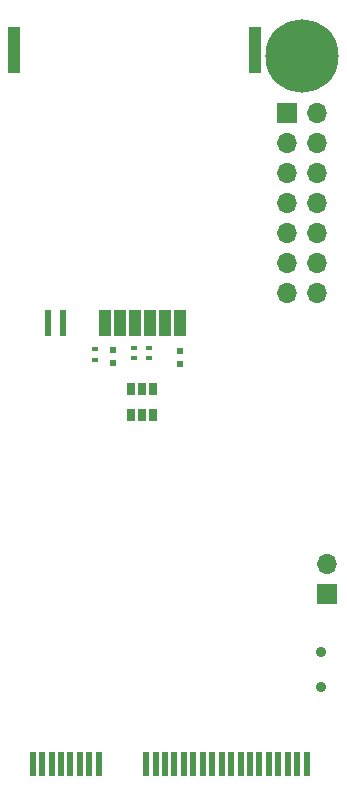
<source format=gbs>
G04 #@! TF.FileFunction,Soldermask,Bot*
%FSLAX46Y46*%
G04 Gerber Fmt 4.6, Leading zero omitted, Abs format (unit mm)*
G04 Created by KiCad (PCBNEW 4.0.7) date 06/11/18 13:45:27*
%MOMM*%
%LPD*%
G01*
G04 APERTURE LIST*
%ADD10C,0.100000*%
%ADD11R,0.600000X2.000000*%
%ADD12C,0.900000*%
%ADD13R,1.000000X2.300000*%
%ADD14R,0.500000X2.300000*%
%ADD15R,1.000000X4.000000*%
%ADD16R,1.700000X1.700000*%
%ADD17O,1.700000X1.700000*%
%ADD18R,0.500000X0.600000*%
%ADD19R,0.650000X1.060000*%
%ADD20R,0.600000X0.400000*%
%ADD21C,6.200000*%
G04 APERTURE END LIST*
D10*
D11*
X131665001Y-126785001D03*
X132465001Y-126785001D03*
X133265001Y-126785001D03*
X134065001Y-126785001D03*
X134865001Y-126785001D03*
X135665001Y-126785001D03*
X136465001Y-126785001D03*
X137265001Y-126785001D03*
X141265001Y-126785001D03*
X142065001Y-126785001D03*
X142865001Y-126785001D03*
X143665001Y-126785001D03*
X144465001Y-126785001D03*
X145265001Y-126785001D03*
X146065001Y-126785001D03*
X146865001Y-126785001D03*
X147665001Y-126785001D03*
X148465001Y-126785001D03*
X149265001Y-126785001D03*
X150065001Y-126785001D03*
X150865001Y-126785001D03*
X151665001Y-126785001D03*
X152465001Y-126785001D03*
X153265001Y-126785001D03*
X154065001Y-126785001D03*
X154865001Y-126785001D03*
D12*
X156090000Y-120270000D03*
X156090000Y-117270000D03*
D13*
X144147000Y-89425000D03*
X142877000Y-89425000D03*
X141607000Y-89425000D03*
X139067000Y-89425000D03*
X137797000Y-89425000D03*
X140337000Y-89425000D03*
D14*
X134257000Y-89425000D03*
X132957000Y-89425000D03*
D15*
X150497000Y-66325000D03*
X130097000Y-66325000D03*
D16*
X153230000Y-71650000D03*
D17*
X155770000Y-71650000D03*
X153230000Y-74190000D03*
X155770000Y-74190000D03*
X153230000Y-76730000D03*
X155770000Y-76730000D03*
X153230000Y-79270000D03*
X155770000Y-79270000D03*
X153230000Y-81810000D03*
X155770000Y-81810000D03*
X153230000Y-84350000D03*
X155770000Y-84350000D03*
X153230000Y-86890000D03*
X155770000Y-86890000D03*
D18*
X138432000Y-92783000D03*
X138432000Y-91683000D03*
X144160000Y-91824000D03*
X144160000Y-92924000D03*
D19*
X141861000Y-97227000D03*
X140911000Y-97227000D03*
X139961000Y-97227000D03*
X139961000Y-95027000D03*
X141861000Y-95027000D03*
X140911000Y-95027000D03*
D16*
X156570000Y-112350000D03*
D17*
X156570000Y-109810000D03*
D20*
X141510000Y-91529000D03*
X141510000Y-92429000D03*
X140210000Y-91529000D03*
X140210000Y-92429000D03*
X136908000Y-91656000D03*
X136908000Y-92556000D03*
D21*
X154500000Y-66780000D03*
M02*

</source>
